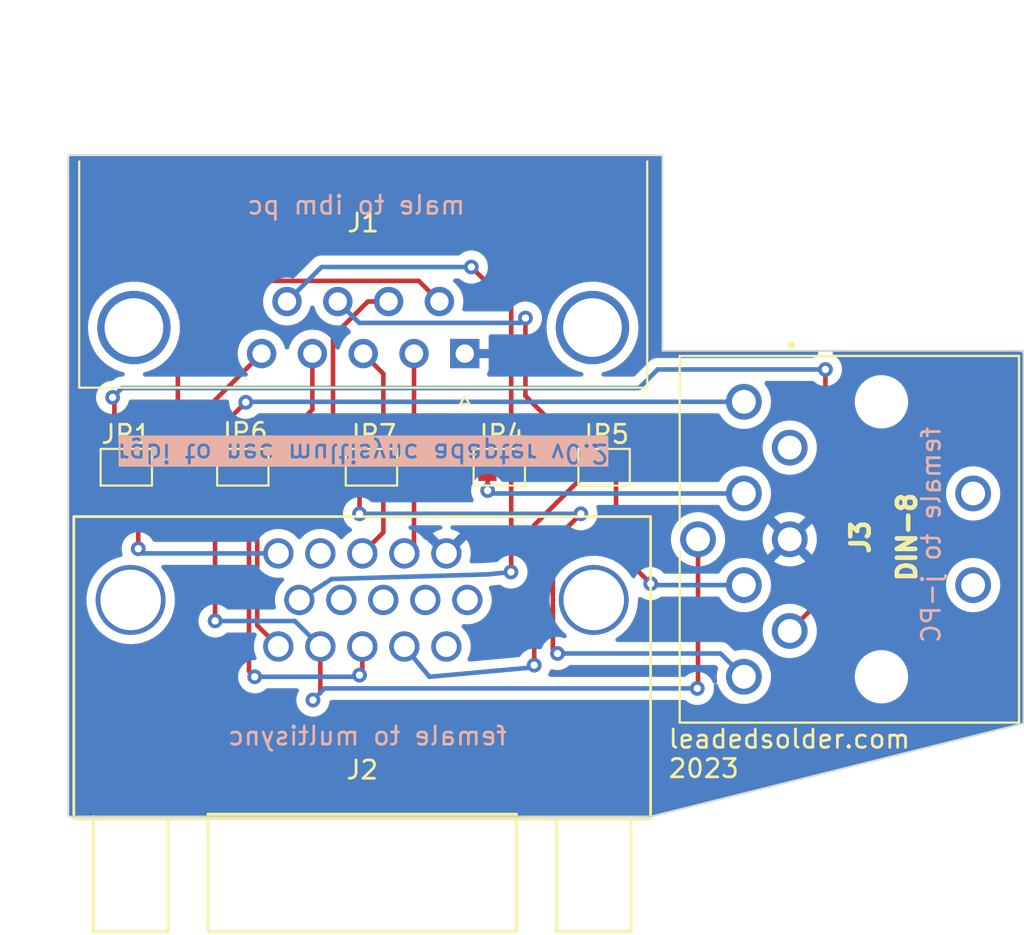
<source format=kicad_pcb>
(kicad_pcb (version 20221018) (generator pcbnew)
  (layers (0 "F.Cu" signal) (31 "B.Cu" signal) (34 "B.Paste" user) (35 "F.Paste" user) (36 "B.SilkS" user "B.Silkscreen") (37 "F.SilkS" user "F.Silkscreen") (38 "B.Mask" user) (39 "F.Mask" user) (44 "Edge.Cuts" user))
  (net 0 "")
  (net 1 "GND")
  (net 2 "/EGA_Red1")
  (net 3 "/EGA_Red0")
  (net 4 "/EGA_Green0")
  (net 5 "/EGA_Blue0")
  (net 6 "/EGA_Green1_Intensity")
  (net 7 "/EGA_Blue1")
  (net 8 "/HSync")
  (net 9 "/VSync")
  (net 16 "/P6_I")
  (net 17 "/P6_Vs")
  (net 19 "/P6_Hs")
  (net 20 "/P6_G")
  (net 21 "/P6_R")
  (footprint "Jumper:SolderJumper-2_P1.3mm_Bridged_Pad1.0x1.5mm" (layer "F.Cu") (at 144.145 90.17)
    (fp_text reference "JP5" (at 0 -1.8) (layer "F.SilkS"))
    (fp_text value "Jumper_2_Bridged")
    (fp_poly (pts (xy -0.25 -0.3) (xy 0.25 -0.3) (xy 0.25 0.3) (xy -0.25 0.3)) (fill solid) (layer "F.Cu"))
    (fp_line (start -1.4 -1) (end 1.4 -1) (stroke (width 0.12)) (layer "F.SilkS"))
    (fp_line (start -1.4 1) (end -1.4 -1) (stroke (width 0.12)) (layer "F.SilkS"))
    (fp_line (start 1.4 -1) (end 1.4 1) (stroke (width 0.12)) (layer "F.SilkS"))
    (fp_line (start 1.4 1) (end -1.4 1) (stroke (width 0.12)) (layer "F.SilkS"))
    (pad "1" smd rect (at -0.65 0) (size 1 1.5) (layers "F.Cu" "F.Mask") (net 8 "/HSync"))
    (pad "2" smd rect (at 0.65 0) (size 1 1.5) (layers "F.Cu" "F.Mask") (net 19 "/P6_Hs"))
  )
  (footprint "Jumper:SolderJumper-2_P1.3mm_Bridged_Pad1.0x1.5mm" (layer "F.Cu") (at 131.46 90.17)
    (fp_text reference "JP7" (at 0 -1.8) (layer "F.SilkS"))
    (fp_text value "Jumper_2_Bridged")
    (fp_poly (pts (xy -0.25 -0.3) (xy 0.25 -0.3) (xy 0.25 0.3) (xy -0.25 0.3)) (fill solid) (layer "F.Cu"))
    (fp_line (start -1.4 -1) (end 1.4 -1) (stroke (width 0.12)) (layer "F.SilkS"))
    (fp_line (start -1.4 1) (end -1.4 -1) (stroke (width 0.12)) (layer "F.SilkS"))
    (fp_line (start 1.4 -1) (end 1.4 1) (stroke (width 0.12)) (layer "F.SilkS"))
    (fp_line (start 1.4 1) (end -1.4 1) (stroke (width 0.12)) (layer "F.SilkS"))
    (pad "1" smd rect (at -0.65 0) (size 1 1.5) (layers "F.Cu" "F.Mask") (net 21 "/P6_R"))
    (pad "2" smd rect (at 0.65 0) (size 1 1.5) (layers "F.Cu" "F.Mask") (net 3 "/EGA_Red0"))
  )
  (footprint "Jumper:SolderJumper-2_P1.3mm_Bridged_Pad1.0x1.5mm" (layer "F.Cu") (at 138.43 90.17)
    (fp_text reference "JP4" (at 0 -1.8) (layer "F.SilkS"))
    (fp_text value "Jumper_2_Bridged")
    (fp_poly (pts (xy -0.25 -0.3) (xy 0.25 -0.3) (xy 0.25 0.3) (xy -0.25 0.3)) (fill solid) (layer "F.Cu"))
    (fp_line (start -1.4 -1) (end 1.4 -1) (stroke (width 0.12)) (layer "F.SilkS"))
    (fp_line (start -1.4 1) (end -1.4 -1) (stroke (width 0.12)) (layer "F.SilkS"))
    (fp_line (start 1.4 -1) (end 1.4 1) (stroke (width 0.12)) (layer "F.SilkS"))
    (fp_line (start 1.4 1) (end -1.4 1) (stroke (width 0.12)) (layer "F.SilkS"))
    (pad "1" smd rect (at -0.65 0) (size 1 1.5) (layers "F.Cu" "F.Mask") (net 17 "/P6_Vs"))
    (pad "2" smd rect (at 0.65 0) (size 1 1.5) (layers "F.Cu" "F.Mask") (net 9 "/VSync"))
  )
  (footprint "Connector_TE_AMP_HD15:FIXED-1-1734530-1" (layer "F.Cu") (at 130.9558 109.22 180)
    (fp_text reference "J2" (at 0 2.54) (layer "F.SilkS"))
    (fp_text value "DE15_Receptacle_HighDensity" hide)
    (fp_line (start -15.7226 -0.127) (end 15.7226 -0.127) (stroke (width 0.1524)) (layer "F.SilkS"))
    (fp_line (start -15.7226 16.3576) (end -15.7226 -0.127) (stroke (width 0.1524)) (layer "F.SilkS"))
    (fp_line (start -14.6558 -6.2738) (end -14.6558 -0.127) (stroke (width 0.1524)) (layer "F.SilkS"))
    (fp_line (start -10.5918 -6.2738) (end -14.6558 -6.2738) (stroke (width 0.1524)) (layer "F.SilkS"))
    (fp_line (start -10.5918 -0.127) (end -10.5918 -6.2738) (stroke (width 0.1524)) (layer "F.SilkS"))
    (fp_line (start -8.4074 -6.2738) (end 8.4074 -6.2738) (stroke (width 0.1524)) (layer "F.SilkS"))
    (fp_line (start -8.4074 0.127) (end -8.4074 -6.2738) (stroke (width 0.1524)) (layer "F.SilkS"))
    (fp_line (start 8.4074 -6.2738) (end 8.4074 0.127) (stroke (width 0.1524)) (layer "F.SilkS"))
    (fp_line (start 8.4074 0.127) (end -8.4074 0.127) (stroke (width 0.1524)) (layer "F.SilkS"))
    (fp_line (start 10.5918 -6.2738) (end 10.5918 -0.127) (stroke (width 0.1524)) (layer "F.SilkS"))
    (fp_line (start 14.6558 -6.2738) (end 10.5918 -6.2738) (stroke (width 0.1524)) (layer "F.SilkS"))
    (fp_line (start 14.6558 0) (end 14.6558 -6.2738) (stroke (width 0.1524)) (layer "F.SilkS"))
    (fp_line (start 15.7226 -0.127) (end 15.7226 16.3576) (stroke (width 0.1524)) (layer "F.SilkS"))
    (fp_line (start 15.7226 16.3576) (end -15.7226 16.3576) (stroke (width 0.1524)) (layer "F.SilkS"))
    (pad "1" thru_hole circle (at -4.588256 14.351 180) (size 1.651 1.651) (drill 1.143) (layers "*.Cu" "*.Mask") (net 1 "GND"))
    (pad "2" thru_hole circle (at -2.298192 14.351 180) (size 1.651 1.651) (drill 1.143) (layers "*.Cu" "*.Mask") (net 2 "/EGA_Red1"))
    (pad "3" thru_hole circle (at -0.008128 14.351 180) (size 1.651 1.651) (drill 1.143) (layers "*.Cu" "*.Mask") (net 3 "/EGA_Red0"))
    (pad "4" thru_hole circle (at 2.281936 14.351 180) (size 1.651 1.651) (drill 1.143) (layers "*.Cu" "*.Mask"))
    (pad "5" thru_hole circle (at 4.572 14.351 180) (size 1.651 1.651) (drill 1.143) (layers "*.Cu" "*.Mask") (net 6 "/EGA_Green1_Intensity"))
    (pad "6" thru_hole circle (at -5.730999 11.811 180) (size 1.651 1.651) (drill 1.143) (layers "*.Cu" "*.Mask"))
    (pad "7" thru_hole circle (at -3.440999 11.811 180) (size 1.651 1.651) (drill 1.143) (layers "*.Cu" "*.Mask"))
    (pad "8" thru_hole circle (at -1.151001 11.811 180) (size 1.651 1.651) (drill 1.143) (layers "*.Cu" "*.Mask"))
    (pad "9" thru_hole circle (at 1.139 11.811 180) (size 1.651 1.651) (drill 1.143) (layers "*.Cu" "*.Mask"))
    (pad "10" thru_hole circle (at 3.429 11.811 180) (size 1.651 1.651) (drill 1.143) (layers "*.Cu" "*.Mask") (net 9 "/VSync"))
    (pad "11" thru_hole circle (at -4.587999 9.271 180) (size 1.651 1.651) (drill 1.143) (layers "*.Cu" "*.Mask"))
    (pad "12" thru_hole circle (at -2.297999 9.271 180) (size 1.651 1.651) (drill 1.143) (layers "*.Cu" "*.Mask") (net 8 "/HSync"))
    (pad "13" thru_hole circle (at -0.008001 9.271 180) (size 1.651 1.651) (drill 1.143) (layers "*.Cu" "*.Mask") (net 4 "/EGA_Green0"))
    (pad "14" thru_hole circle (at 2.282 9.271 180) (size 1.651 1.651) (drill 1.143) (layers "*.Cu" "*.Mask") (net 5 "/EGA_Blue0"))
    (pad "15" thru_hole circle (at 4.572 9.271 180) (size 1.651 1.651) (drill 1.143) (layers "*.Cu" "*.Mask") (net 7 "/EGA_Blue1"))
    (pad "16" thru_hole circle (at 12.6238 11.811 180) (size 3.81 3.81) (drill 3.302) (layers "*.Cu" "*.Mask"))
    (pad "17" thru_hole circle (at -12.6238 11.811 180) (size 3.81 3.81) (drill 3.302) (layers "*.Cu" "*.Mask"))
  )
  (footprint "Jumper:SolderJumper-2_P1.3mm_Bridged_Pad1.0x1.5mm" (layer "F.Cu") (at 118.095 90.17)
    (fp_text reference "JP1" (at 0 -1.8) (layer "F.SilkS"))
    (fp_text value "Jumper_2_Bridged")
    (fp_poly (pts (xy -0.25 -0.3) (xy 0.25 -0.3) (xy 0.25 0.3) (xy -0.25 0.3)) (fill solid) (layer "F.Cu"))
    (fp_line (start -1.4 -1) (end 1.4 -1) (stroke (width 0.12)) (layer "F.SilkS"))
    (fp_line (start -1.4 1) (end -1.4 -1) (stroke (width 0.12)) (layer "F.SilkS"))
    (fp_line (start 1.4 -1) (end 1.4 1) (stroke (width 0.12)) (layer "F.SilkS"))
    (fp_line (start 1.4 1) (end -1.4 1) (stroke (width 0.12)) (layer "F.SilkS"))
    (pad "1" smd rect (at -0.65 0) (size 1 1.5) (layers "F.Cu" "F.Mask") (net 16 "/P6_I"))
    (pad "2" smd rect (at 0.65 0) (size 1 1.5) (layers "F.Cu" "F.Mask") (net 6 "/EGA_Green1_Intensity"))
  )
  (footprint "CUI_SDS_80J:CUI_SDS-80J" (layer "F.Cu") (at 154.265 94.1 90)
    (fp_text reference "J3" (at 0.12 3.85 90) (layer "F.SilkS") (effects (font (size 1.00263 1.00263) (thickness 0.25) bold)))
    (fp_text value "DIN-8" (at 0.12 6.39 90) (layer "F.SilkS") (effects (font (size 1.00263 1.00263) (thickness 0.25) bold)))
    (fp_line (start -10 -6) (end -10 12.5) (stroke (width 0.127)) (layer "F.SilkS"))
    (fp_line (start -10 -6) (end -0.7 -6) (stroke (width 0.127)) (layer "F.SilkS"))
    (fp_line (start -10 12.5) (end 10 12.5) (stroke (width 0.127)) (layer "F.SilkS"))
    (fp_line (start 10 -6) (end 0.7 -6) (stroke (width 0.127)) (layer "F.SilkS"))
    (fp_line (start 10 12.5) (end 10 -6) (stroke (width 0.127)) (layer "F.SilkS"))
    (fp_circle (center 10.6 0.1) (end 10.7 0.1) (stroke (width 0.2)) (fill none) (layer "F.SilkS"))
    (pad "" np_thru_hole circle (at -7.5 5 90) (size 2.4 2.4) (drill 2.4) (layers "*.Cu" "*.Mask" "F.SilkS"))
    (pad "" np_thru_hole circle (at 7.5 5 90) (size 2.4 2.4) (drill 2.4) (layers "*.Cu" "*.Mask" "F.SilkS"))
    (pad "1" thru_hole circle (at 5 0 90) (size 1.95 1.95) (drill 1.3) (layers "*.Cu" "*.Mask"))
    (pad "2" thru_hole circle (at 0 0 90) (size 1.95 1.95) (drill 1.3) (layers "*.Cu" "*.Mask") (net 1 "GND"))
    (pad "3" thru_hole circle (at -5 0 90) (size 1.95 1.95) (drill 1.3) (layers "*.Cu" "*.Mask") (net 16 "/P6_I"))
    (pad "4" thru_hole circle (at 2.5 -2.5 90) (size 1.95 1.95) (drill 1.3) (layers "*.Cu" "*.Mask") (net 17 "/P6_Vs"))
    (pad "5" thru_hole circle (at -2.5 -2.5 90) (size 1.95 1.95) (drill 1.3) (layers "*.Cu" "*.Mask") (net 19 "/P6_Hs"))
    (pad "6" thru_hole circle (at 7.5 -2.5 90) (size 1.95 1.95) (drill 1.3) (layers "*.Cu" "*.Mask") (net 20 "/P6_G"))
    (pad "7" thru_hole circle (at -7.5 -2.5 90) (size 1.95 1.95) (drill 1.3) (layers "*.Cu" "*.Mask") (net 21 "/P6_R"))
    (pad "8" thru_hole circle (at 0 -5 90) (size 1.95 1.95) (drill 1.3) (layers "*.Cu" "*.Mask") (net 5 "/EGA_Blue0"))
    (pad "S1" thru_hole circle (at -2.5 10 90) (size 1.95 1.95) (drill 1.3) (layers "*.Cu" "*.Mask"))
    (pad "S2" thru_hole circle (at 2.5 10 90) (size 1.95 1.95) (drill 1.3) (layers "*.Cu" "*.Mask"))
  )
  (footprint "Connector_Dsub:DSUB-9_Male_Horizontal_P2.77x2.84mm_EdgePinOffset7.70mm_Housed_MountingHolesOffset9.12mm" (layer "F.Cu") (at 136.55 83.97 180)
    (fp_text reference "J1" (at 5.54 7.135) (layer "F.SilkS"))
    (fp_text value "DE9_Plug")
    (fp_line (start -9.945 -1.86) (end 21.025 -1.86) (stroke (width 0.12)) (layer "F.SilkS"))
    (fp_line (start -9.945 10.48) (end -9.945 -1.86) (stroke (width 0.12)) (layer "F.SilkS"))
    (fp_line (start -0.25 -2.754338) (end 0.25 -2.754338) (stroke (width 0.12)) (layer "F.SilkS"))
    (fp_line (start 0 -2.321325) (end -0.25 -2.754338) (stroke (width 0.12)) (layer "F.SilkS"))
    (fp_line (start 0.25 -2.754338) (end 0 -2.321325) (stroke (width 0.12)) (layer "F.SilkS"))
    (fp_line (start 21.025 -1.86) (end 21.025 10.48) (stroke (width 0.12)) (layer "F.SilkS"))
    (pad "0" thru_hole circle (at -6.96 1.42 180) (size 4 4) (drill 3.2) (layers "*.Cu" "*.Mask"))
    (pad "0" thru_hole circle (at 18.04 1.42 180) (size 4 4) (drill 3.2) (layers "*.Cu" "*.Mask"))
    (pad "1" thru_hole rect (at 0 0 180) (size 1.6 1.6) (drill 1) (layers "*.Cu" "*.Mask") (net 1 "GND"))
    (pad "2" thru_hole circle (at 2.77 0 180) (size 1.6 1.6) (drill 1) (layers "*.Cu" "*.Mask") (net 2 "/EGA_Red1"))
    (pad "3" thru_hole circle (at 5.54 0 180) (size 1.6 1.6) (drill 1) (layers "*.Cu" "*.Mask") (net 3 "/EGA_Red0"))
    (pad "4" thru_hole circle (at 8.31 0 180) (size 1.6 1.6) (drill 1) (layers "*.Cu" "*.Mask") (net 4 "/EGA_Green0"))
    (pad "5" thru_hole circle (at 11.08 0 180) (size 1.6 1.6) (drill 1) (layers "*.Cu" "*.Mask") (net 5 "/EGA_Blue0"))
    (pad "6" thru_hole circle (at 1.385 2.84 180) (size 1.6 1.6) (drill 1) (layers "*.Cu" "*.Mask") (net 6 "/EGA_Green1_Intensity"))
    (pad "7" thru_hole circle (at 4.155 2.84 180) (size 1.6 1.6) (drill 1) (layers "*.Cu" "*.Mask") (net 7 "/EGA_Blue1"))
    (pad "8" thru_hole circle (at 6.925 2.84 180) (size 1.6 1.6) (drill 1) (layers "*.Cu" "*.Mask") (net 8 "/HSync"))
    (pad "9" thru_hole circle (at 9.695 2.84 180) (size 1.6 1.6) (drill 1) (layers "*.Cu" "*.Mask") (net 9 "/VSync"))
  )
  (footprint "Jumper:SolderJumper-2_P1.3mm_Bridged_Pad1.0x1.5mm" (layer "F.Cu") (at 124.445 90.17 180)
    (fp_text reference "JP6" (at 0 1.905) (layer "F.SilkS"))
    (fp_text value "Jumper_2_Bridged")
    (fp_poly (pts (xy -0.25 -0.3) (xy 0.25 -0.3) (xy 0.25 0.3) (xy -0.25 0.3)) (fill solid) (layer "F.Cu"))
    (fp_line (start -1.4 -1) (end 1.4 -1) (stroke (width 0.12)) (layer "F.SilkS"))
    (fp_line (start -1.4 1) (end -1.4 -1) (stroke (width 0.12)) (layer "F.SilkS"))
    (fp_line (start 1.4 -1) (end 1.4 1) (stroke (width 0.12)) (layer "F.SilkS"))
    (fp_line (start 1.4 1) (end -1.4 1) (stroke (width 0.12)) (layer "F.SilkS"))
    (pad "1" smd rect (at -0.65 0 180) (size 1 1.5) (layers "F.Cu" "F.Mask") (net 4 "/EGA_Green0"))
    (pad "2" smd rect (at 0.65 0 180) (size 1 1.5) (layers "F.Cu" "F.Mask") (net 20 "/P6_G"))
  )
  (gr_line (start 114.935 109.22) (end 114.935 73.152) (stroke (width 0.1)) (layer "Edge.Cuts"))
  (gr_line (start 146.685 109.22) (end 114.935 109.22) (stroke (width 0.1)) (layer "Edge.Cuts"))
  (gr_line (start 167.005 104.14) (end 146.685 109.22) (stroke (width 0.1)) (layer "Edge.Cuts"))
  (gr_line (start 167.005 83.82) (end 167.005 104.14) (stroke (width 0.1)) (layer "Edge.Cuts"))
  (gr_line (start 114.935 73.152) (end 147.32 73.152) (stroke (width 0.1)) (layer "Edge.Cuts"))
  (gr_line (start 147.32 73.152) (end 147.32 83.82) (stroke (width 0.1)) (layer "Edge.Cuts"))
  (gr_line (start 147.32 83.82) (end 167.005 83.82) (stroke (width 0.1)) (layer "Edge.Cuts"))
  (gr_text "female to j-PC" (at 162.56 87.884 90) (layer "B.SilkS") (effects (font (size 1 1)) (justify left bottom mirror)))
  (gr_text "rgbi to nec multisync adapter v0.2" (at 131.000001 89.408 180) (layer "B.SilkS" knockout) (effects (font (size 1 1)) (justify mirror)))
  (gr_text "male to ibm pc" (at 136.652 76.454) (layer "B.SilkS") (effects (font (size 1 1)) (justify left bottom mirror)))
  (gr_text "female to multisync" (at 138.938 105.41) (layer "B.SilkS") (effects (font (size 1 1)) (justify left bottom mirror)))
  (gr_text "leadedsolder.com\n2023" (at 147.574 107.188) (layer "F.SilkS") (effects (font (size 1 1)) (justify left bottom)))
  (segment (start 133.78 94.342992) (end 133.253992 94.869) (width 0.25) (layer "F.Cu") (net 2))
  (segment (start 133.78 83.97) (end 133.78 94.342992) (width 0.25) (layer "F.Cu") (net 2))
  (segment (start 132.11 90.17) (end 132.11 85.07) (width 0.25) (layer "F.Cu") (net 3))
  (segment (start 132.11 93.722928) (end 130.963928 94.869) (width 0.25) (layer "F.Cu") (net 3))
  (segment (start 132.11 85.07) (end 131.01 83.97) (width 0.25) (layer "F.Cu") (net 3))
  (segment (start 132.11 90.17) (end 132.11 93.722928) (width 0.25) (layer "F.Cu") (net 3))
  (segment (start 130.963801 101.356199) (end 130.81 101.51) (width 0.25) (layer "F.Cu") (net 4))
  (segment (start 125.095 90.17) (end 124.7833 90.4817) (width 0.25) (layer "F.Cu") (net 4))
  (segment (start 128.24 83.97) (end 128.24 87.025) (width 0.25) (layer "F.Cu") (net 4))
  (segment (start 124.7833 101.2883) (end 125.095 101.6) (width 0.25) (layer "F.Cu") (net 4))
  (segment (start 130.963801 99.949) (end 130.963801 101.356199) (width 0.25) (layer "F.Cu") (net 4))
  (segment (start 124.7833 90.4817) (end 124.7833 101.2883) (width 0.25) (layer "F.Cu") (net 4))
  (segment (start 128.24 87.025) (end 125.095 90.17) (width 0.25) (layer "F.Cu") (net 4))
  (via (at 130.81 101.51) (size 0.8) (drill 0.4) (layers "F.Cu" "B.Cu") (net 4))
  (via (at 125.095 101.6) (size 0.8) (drill 0.4) (layers "F.Cu" "B.Cu") (net 4))
  (segment (start 130.72 101.6) (end 130.81 101.51) (width 0.25) (layer "B.Cu") (net 4))
  (segment (start 125.095 101.6) (end 130.72 101.6) (width 0.25) (layer "B.Cu") (net 4))
  (segment (start 122.936 86.504) (end 122.936 98.552) (width 0.25) (layer "F.Cu") (net 5))
  (segment (start 125.47 83.97) (end 122.936 86.504) (width 0.25) (layer "F.Cu") (net 5))
  (segment (start 149.265 102.195) (end 149.225 102.235) (width 0.25) (layer "F.Cu") (net 5))
  (segment (start 149.265 94.1) (end 149.265 102.195) (width 0.25) (layer "F.Cu") (net 5))
  (segment (start 128.6738 102.4662) (end 128.6738 99.949) (width 0.25) (layer "F.Cu") (net 5))
  (segment (start 128.27 102.87) (end 128.6738 102.4662) (width 0.25) (layer "F.Cu") (net 5))
  (via (at 128.27 102.87) (size 0.8) (drill 0.4) (layers "F.Cu" "B.Cu") (net 5))
  (via (at 149.225 102.235) (size 0.8) (drill 0.4) (layers "F.Cu" "B.Cu") (net 5))
  (via (at 122.936 98.552) (size 0.8) (drill 0.4) (layers "F.Cu" "B.Cu") (net 5))
  (segment (start 149.225 102.235) (end 128.905 102.235) (width 0.25) (layer "B.Cu") (net 5))
  (segment (start 128.905 102.235) (end 128.27 102.87) (width 0.25) (layer "B.Cu") (net 5))
  (segment (start 127.2843 98.5595) (end 128.6738 99.949) (width 0.25) (layer "B.Cu") (net 5))
  (segment (start 122.9435 98.5595) (end 127.2843 98.5595) (width 0.25) (layer "B.Cu") (net 5))
  (segment (start 122.936 98.552) (end 122.9435 98.5595) (width 0.25) (layer "B.Cu") (net 5))
  (segment (start 134.04 80.005) (end 125.606604 80.005) (width 0.25) (layer "F.Cu") (net 6))
  (segment (start 120.904 84.707604) (end 120.904 87.122) (width 0.25) (layer "F.Cu") (net 6))
  (segment (start 135.165 81.13) (end 134.04 80.005) (width 0.25) (layer "F.Cu") (net 6))
  (segment (start 118.745 90.17) (end 118.745 94.615) (width 0.25) (layer "F.Cu") (net 6))
  (segment (start 120.904 87.122) (end 118.745 89.281) (width 0.25) (layer "F.Cu") (net 6))
  (segment (start 125.606604 80.005) (end 120.904 84.707604) (width 0.25) (layer "F.Cu") (net 6))
  (segment (start 118.745 89.281) (end 118.745 90.17) (width 0.25) (layer "F.Cu") (net 6))
  (via (at 118.745 94.615) (size 0.8) (drill 0.4) (layers "F.Cu" "B.Cu") (net 6))
  (segment (start 118.999 94.869) (end 126.3838 94.869) (width 0.25) (layer "B.Cu") (net 6))
  (segment (start 118.745 94.615) (end 118.999 94.869) (width 0.25) (layer "B.Cu") (net 6))
  (segment (start 131.26363 81.13) (end 129.365 83.02863) (width 0.25) (layer "F.Cu") (net 7))
  (segment (start 129.365 89.715) (end 125.2333 93.8467) (width 0.25) (layer "F.Cu") (net 7))
  (segment (start 129.365 83.02863) (end 129.365 89.715) (width 0.25) (layer "F.Cu") (net 7))
  (segment (start 125.2333 93.8467) (end 125.2333 98.7985) (width 0.25) (layer "F.Cu") (net 7))
  (segment (start 132.395 81.13) (end 131.26363 81.13) (width 0.25) (layer "F.Cu") (net 7))
  (segment (start 125.2333 98.7985) (end 126.3838 99.949) (width 0.25) (layer "F.Cu") (net 7))
  (segment (start 140.335 93.33) (end 143.495 90.17) (width 0.25) (layer "F.Cu") (net 8))
  (segment (start 143.495 90.17) (end 143.495 89.92) (width 0.25) (layer "F.Cu") (net 8))
  (segment (start 139.855 86.28) (end 139.855 82.031929) (width 0.25) (layer "F.Cu") (net 8))
  (segment (start 140.335 100.965) (end 140.335 93.33) (width 0.25) (layer "F.Cu") (net 8))
  (segment (start 143.495 89.92) (end 139.855 86.28) (width 0.25) (layer "F.Cu") (net 8))
  (via (at 140.335 100.965) (size 0.8) (drill 0.4) (layers "F.Cu" "B.Cu") (net 8))
  (via (at 139.855 82.031929) (size 0.8) (drill 0.4) (layers "F.Cu" "B.Cu") (net 8))
  (segment (start 133.253799 99.949) (end 134.62 101.6) (width 0.25) (layer "B.Cu") (net 8))
  (segment (start 130.791 82.296) (end 139.590929 82.296) (width 0.25) (layer "B.Cu") (net 8))
  (segment (start 139.590929 82.296) (end 139.855 82.031929) (width 0.25) (layer "B.Cu") (net 8))
  (segment (start 140.205022 101.094978) (end 140.335 100.965) (width 0.25) (layer "B.Cu") (net 8))
  (segment (start 134.62 101.6) (end 140.205022 101.094978) (width 0.25) (layer "B.Cu") (net 8))
  (segment (start 129.625 81.13) (end 130.791 82.296) (width 0.25) (layer "B.Cu") (net 8))
  (segment (start 139.08 90.17) (end 139.08 81.422) (width 0.25) (layer "F.Cu") (net 9))
  (segment (start 139.08 90.17) (end 139.08 95.87) (width 0.25) (layer "F.Cu") (net 9))
  (segment (start 139.08 95.87) (end 139.065 95.885) (width 0.25) (layer "F.Cu") (net 9))
  (segment (start 139.08 81.422) (end 136.906 79.248) (width 0.25) (layer "F.Cu") (net 9))
  (via (at 139.065 95.885) (size 0.8) (drill 0.4) (layers "F.Cu" "B.Cu") (net 9))
  (via (at 136.906 79.248) (size 0.8) (drill 0.4) (layers "F.Cu" "B.Cu") (net 9))
  (segment (start 137.795 96.014978) (end 129.286 96.266) (width 0.25) (layer "B.Cu") (net 9))
  (segment (start 128.737 79.248) (end 126.855 81.13) (width 0.25) (layer "B.Cu") (net 9))
  (segment (start 139.065 95.885) (end 137.795 96.014978) (width 0.25) (layer "B.Cu") (net 9))
  (segment (start 129.286 96.266) (end 127.5268 97.409) (width 0.25) (layer "B.Cu") (net 9))
  (segment (start 136.906 79.248) (end 128.737 79.248) (width 0.25) (layer "B.Cu") (net 9))
  (segment (start 117.445 86.457) (end 117.445 90.17) (width 0.25) (layer "F.Cu") (net 16))
  (segment (start 154.265 99.1) (end 156.21 97.155) (width 0.25) (layer "F.Cu") (net 16))
  (segment (start 156.21 97.155) (end 156.21 84.836) (width 0.25) (layer "F.Cu") (net 16))
  (segment (start 117.348 86.36) (end 117.445 86.457) (width 0.25) (layer "F.Cu") (net 16))
  (via (at 156.21 84.836) (size 0.8) (drill 0.4) (layers "F.Cu" "B.Cu") (net 16))
  (via (at 117.348 86.36) (size 0.8) (drill 0.4) (layers "F.Cu" "B.Cu") (net 16))
  (segment (start 117.856 85.852) (end 117.348 86.36) (width 0.25) (layer "B.Cu") (net 16))
  (segment (start 156.21 84.836) (end 147.066 84.836) (width 0.25) (layer "B.Cu") (net 16))
  (segment (start 147.066 84.836) (end 146.05 85.852) (width 0.25) (layer "B.Cu") (net 16))
  (segment (start 146.05 85.852) (end 117.856 85.852) (width 0.25) (layer "B.Cu") (net 16))
  (segment (start 137.795 91.44) (end 137.795 90.185) (width 0.25) (layer "F.Cu") (net 17))
  (segment (start 137.795 90.185) (end 137.78 90.17) (width 0.25) (layer "F.Cu") (net 17))
  (via (at 137.795 91.44) (size 0.8) (drill 0.4) (layers "F.Cu" "B.Cu") (net 17))
  (segment (start 137.955 91.6) (end 137.795 91.44) (width 0.25) (layer "B.Cu") (net 17))
  (segment (start 151.765 91.6) (end 137.955 91.6) (width 0.25) (layer "B.Cu") (net 17))
  (segment (start 146.685 96.52) (end 144.795 94.63) (width 0.25) (layer "F.Cu") (net 19))
  (segment (start 144.795 94.63) (end 144.795 90.17) (width 0.25) (layer "F.Cu") (net 19))
  (via (at 146.685 96.52) (size 0.8) (drill 0.4) (layers "F.Cu" "B.Cu") (net 19))
  (segment (start 151.765 96.6) (end 146.765 96.6) (width 0.25) (layer "B.Cu") (net 19))
  (segment (start 146.765 96.6) (end 146.685 96.52) (width 0.25) (layer "B.Cu") (net 19))
  (segment (start 123.795 90.17) (end 123.795 87.438992) (width 0.25) (layer "F.Cu") (net 20))
  (segment (start 123.795 87.438992) (end 124.606992 86.627) (width 0.25) (layer "F.Cu") (net 20))
  (via (at 124.606992 86.627) (size 0.8) (drill 0.4) (layers "F.Cu" "B.Cu") (net 20))
  (segment (start 151.765 86.6) (end 124.633992 86.6) (width 0.25) (layer "B.Cu") (net 20))
  (segment (start 124.633992 86.6) (end 124.606992 86.627) (width 0.25) (layer "B.Cu") (net 20))
  (segment (start 141.605 100.33) (end 141.3496 100.0746) (width 0.25) (layer "F.Cu") (net 21))
  (segment (start 141.3496 94.2354) (end 142.875 92.71) (width 0.25) (layer "F.Cu") (net 21))
  (segment (start 141.3496 100.0746) (end 141.3496 94.2354) (width 0.25) (layer "F.Cu") (net 21))
  (segment (start 130.81 92.71) (end 130.81 90.17) (width 0.25) (layer "F.Cu") (net 21))
  (via (at 141.605 100.33) (size 0.8) (drill 0.4) (layers "F.Cu" "B.Cu") (net 21))
  (via (at 142.875 92.71) (size 0.8) (drill 0.4) (layers "F.Cu" "B.Cu") (net 21))
  (via (at 130.81 92.71) (size 0.8) (drill 0.4) (layers "F.Cu" "B.Cu") (net 21))
  (segment (start 151.765 101.6) (end 150.495 100.33) (width 0.25) (layer "B.Cu") (net 21))
  (segment (start 150.495 100.33) (end 141.605 100.33) (width 0.25) (layer "B.Cu") (net 21))
  (segment (start 142.875 92.71) (end 130.81 92.71) (width 0.25) (layer "B.Cu") (net 21))
  (zone (net 1) (net_name "GND") (layer "B.Cu") (connect_pads (clearance 0.5)) (min_thickness 0.25) (fill yes (thermal_gap 0.5) (thermal_bridge_width 0.5))
    (polygon (pts (xy 167.005 83.947) (xy 167.005 104.267) (xy 146.685 109.347) (xy 114.935 109.347) (xy 114.935 73.152) (xy 147.32 73.152)))
  )
)
</source>
